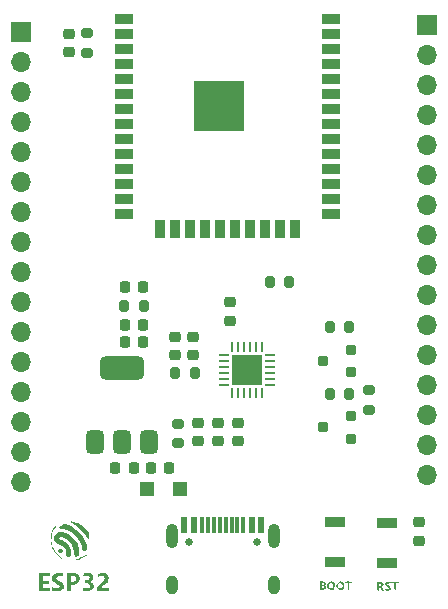
<source format=gbr>
%TF.GenerationSoftware,KiCad,Pcbnew,8.0.1*%
%TF.CreationDate,2024-05-10T21:43:51+08:00*%
%TF.ProjectId,ESP32wroom,45535033-3277-4726-9f6f-6d2e6b696361,rev?*%
%TF.SameCoordinates,Original*%
%TF.FileFunction,Soldermask,Top*%
%TF.FilePolarity,Negative*%
%FSLAX46Y46*%
G04 Gerber Fmt 4.6, Leading zero omitted, Abs format (unit mm)*
G04 Created by KiCad (PCBNEW 8.0.1) date 2024-05-10 21:43:51*
%MOMM*%
%LPD*%
G01*
G04 APERTURE LIST*
G04 Aperture macros list*
%AMRoundRect*
0 Rectangle with rounded corners*
0 $1 Rounding radius*
0 $2 $3 $4 $5 $6 $7 $8 $9 X,Y pos of 4 corners*
0 Add a 4 corners polygon primitive as box body*
4,1,4,$2,$3,$4,$5,$6,$7,$8,$9,$2,$3,0*
0 Add four circle primitives for the rounded corners*
1,1,$1+$1,$2,$3*
1,1,$1+$1,$4,$5*
1,1,$1+$1,$6,$7*
1,1,$1+$1,$8,$9*
0 Add four rect primitives between the rounded corners*
20,1,$1+$1,$2,$3,$4,$5,0*
20,1,$1+$1,$4,$5,$6,$7,0*
20,1,$1+$1,$6,$7,$8,$9,0*
20,1,$1+$1,$8,$9,$2,$3,0*%
G04 Aperture macros list end*
%ADD10C,0.000000*%
%ADD11R,1.700000X1.700000*%
%ADD12O,1.700000X1.700000*%
%ADD13RoundRect,0.225000X-0.250000X0.225000X-0.250000X-0.225000X0.250000X-0.225000X0.250000X0.225000X0*%
%ADD14R,1.200000X1.200000*%
%ADD15RoundRect,0.200000X-0.200000X-0.275000X0.200000X-0.275000X0.200000X0.275000X-0.200000X0.275000X0*%
%ADD16RoundRect,0.218750X0.256250X-0.218750X0.256250X0.218750X-0.256250X0.218750X-0.256250X-0.218750X0*%
%ADD17RoundRect,0.200000X-0.275000X0.200000X-0.275000X-0.200000X0.275000X-0.200000X0.275000X0.200000X0*%
%ADD18C,0.650000*%
%ADD19R,0.600000X1.450000*%
%ADD20R,0.300000X1.450000*%
%ADD21O,1.000000X2.100000*%
%ADD22O,1.000000X1.600000*%
%ADD23RoundRect,0.225000X-0.225000X-0.250000X0.225000X-0.250000X0.225000X0.250000X-0.225000X0.250000X0*%
%ADD24R,1.700000X0.900000*%
%ADD25RoundRect,0.200000X0.275000X-0.200000X0.275000X0.200000X-0.275000X0.200000X-0.275000X-0.200000X0*%
%ADD26RoundRect,0.200000X0.200000X0.275000X-0.200000X0.275000X-0.200000X-0.275000X0.200000X-0.275000X0*%
%ADD27RoundRect,0.062500X-0.062500X0.350000X-0.062500X-0.350000X0.062500X-0.350000X0.062500X0.350000X0*%
%ADD28RoundRect,0.062500X-0.350000X0.062500X-0.350000X-0.062500X0.350000X-0.062500X0.350000X0.062500X0*%
%ADD29R,2.600000X2.600000*%
%ADD30RoundRect,0.375000X0.375000X-0.625000X0.375000X0.625000X-0.375000X0.625000X-0.375000X-0.625000X0*%
%ADD31RoundRect,0.500000X1.400000X-0.500000X1.400000X0.500000X-1.400000X0.500000X-1.400000X-0.500000X0*%
%ADD32RoundRect,0.225000X0.250000X-0.225000X0.250000X0.225000X-0.250000X0.225000X-0.250000X-0.225000X0*%
%ADD33RoundRect,0.218750X-0.218750X-0.256250X0.218750X-0.256250X0.218750X0.256250X-0.218750X0.256250X0*%
%ADD34RoundRect,0.200000X0.250000X0.200000X-0.250000X0.200000X-0.250000X-0.200000X0.250000X-0.200000X0*%
%ADD35R,1.500000X0.900000*%
%ADD36R,0.900000X1.500000*%
%ADD37C,0.600000*%
%ADD38R,4.200000X4.200000*%
G04 APERTURE END LIST*
D10*
%TO.C,G\u002A\u002A\u002A*%
G36*
X173345635Y-125337103D02*
G01*
X173335258Y-125382045D01*
X173295238Y-125387500D01*
X173233014Y-125359841D01*
X173244841Y-125337103D01*
X173334555Y-125328056D01*
X173345635Y-125337103D01*
G37*
G36*
X173692113Y-125413030D02*
G01*
X173701609Y-125440622D01*
X173597619Y-125451159D01*
X173490301Y-125439279D01*
X173503125Y-125413030D01*
X173657894Y-125403046D01*
X173692113Y-125413030D01*
G37*
G36*
X172209955Y-123882935D02*
G01*
X172213696Y-123895933D01*
X172224763Y-124060603D01*
X172210895Y-124122719D01*
X172186078Y-124125232D01*
X172175943Y-124006891D01*
X172176046Y-123988988D01*
X172186947Y-123871744D01*
X172209955Y-123882935D01*
G37*
G36*
X173098918Y-124511580D02*
G01*
X173143249Y-124634518D01*
X173144047Y-124669345D01*
X173105965Y-124820351D01*
X173005456Y-124858334D01*
X172861717Y-124833653D01*
X172816468Y-124807937D01*
X172773174Y-124696772D01*
X172766071Y-124618949D01*
X172818002Y-124508211D01*
X172955059Y-124480357D01*
X173098918Y-124511580D01*
G37*
G36*
X175185119Y-124991046D02*
G01*
X175121284Y-125068912D01*
X174959137Y-125175750D01*
X174742712Y-125289583D01*
X174516045Y-125388434D01*
X174323169Y-125450324D01*
X174244234Y-125460628D01*
X174222527Y-125438506D01*
X174322866Y-125383512D01*
X174486039Y-125320994D01*
X174739534Y-125218242D01*
X174952683Y-125105790D01*
X175034105Y-125047162D01*
X175142234Y-124973766D01*
X175185119Y-124991046D01*
G37*
G36*
X172583945Y-122594487D02*
G01*
X172507874Y-122717363D01*
X172371099Y-122977128D01*
X172275491Y-123253598D01*
X172258033Y-123342866D01*
X172219805Y-123544166D01*
X172174741Y-123670979D01*
X172161200Y-123686675D01*
X172140815Y-123641980D01*
X172151657Y-123489785D01*
X172168924Y-123383486D01*
X172283963Y-122974189D01*
X172452522Y-122654256D01*
X172584953Y-122509375D01*
X172625498Y-122499080D01*
X172583945Y-122594487D01*
G37*
G36*
X172306234Y-124319991D02*
G01*
X172378144Y-124456930D01*
X172388165Y-124480527D01*
X172498917Y-124659671D01*
X172681777Y-124874115D01*
X172824758Y-125012118D01*
X172995833Y-125169026D01*
X173100422Y-125277543D01*
X173117111Y-125311905D01*
X173038755Y-125265215D01*
X172888212Y-125145031D01*
X172761395Y-125034104D01*
X172567735Y-124836019D01*
X172402215Y-124626267D01*
X172287980Y-124439500D01*
X172248176Y-124310367D01*
X172258953Y-124281920D01*
X172306234Y-124319991D01*
G37*
G36*
X174037804Y-122183753D02*
G01*
X174332582Y-122255662D01*
X174479792Y-122298744D01*
X174717129Y-122426447D01*
X174967928Y-122646986D01*
X175189992Y-122913506D01*
X175341125Y-123179155D01*
X175376405Y-123294296D01*
X175410894Y-123552939D01*
X175400255Y-123695091D01*
X175349800Y-123710774D01*
X175264842Y-123590007D01*
X175242680Y-123545463D01*
X175024859Y-123200135D01*
X174717264Y-122854188D01*
X174371395Y-122560860D01*
X174164691Y-122431079D01*
X173928592Y-122292563D01*
X173831570Y-122203984D01*
X173869387Y-122167120D01*
X174037804Y-122183753D01*
G37*
G36*
X173667532Y-122490410D02*
G01*
X174002462Y-122652731D01*
X174321995Y-122869962D01*
X174617698Y-123153205D01*
X174872315Y-123474832D01*
X175068591Y-123807212D01*
X175189270Y-124122717D01*
X175217097Y-124393717D01*
X175176976Y-124533370D01*
X175050778Y-124678901D01*
X174920382Y-124705504D01*
X174826929Y-124616957D01*
X174805482Y-124499256D01*
X174757270Y-124238911D01*
X174634092Y-123925287D01*
X174463003Y-123616687D01*
X174292418Y-123393564D01*
X174094168Y-123228017D01*
X173825945Y-123061213D01*
X173540128Y-122920352D01*
X173289096Y-122832635D01*
X173181845Y-122816843D01*
X172995727Y-122777741D01*
X172917262Y-122738974D01*
X172855508Y-122671539D01*
X172899059Y-122588909D01*
X172986381Y-122510068D01*
X173166075Y-122412410D01*
X173384620Y-122404663D01*
X173667532Y-122490410D01*
G37*
G36*
X173111742Y-123068636D02*
G01*
X173431448Y-123158221D01*
X173742920Y-123304054D01*
X173879415Y-123394157D01*
X174180256Y-123704841D01*
X174410855Y-124109430D01*
X174543794Y-124556834D01*
X174557385Y-124657598D01*
X174576027Y-124897394D01*
X174561408Y-125029154D01*
X174502962Y-125094319D01*
X174439574Y-125119614D01*
X174263483Y-125140978D01*
X174164637Y-125054557D01*
X174127995Y-124843793D01*
X174126785Y-124775265D01*
X174059380Y-124374537D01*
X173873929Y-124016894D01*
X173595580Y-123733266D01*
X173249483Y-123554588D01*
X173106968Y-123520890D01*
X172924151Y-123505952D01*
X172849491Y-123548448D01*
X172841666Y-123595115D01*
X172910062Y-123696777D01*
X173072920Y-123763184D01*
X173345130Y-123888420D01*
X173597720Y-124114755D01*
X173786128Y-124394171D01*
X173858517Y-124609733D01*
X173878600Y-124916902D01*
X173817420Y-125105921D01*
X173677542Y-125171365D01*
X173597619Y-125161114D01*
X173472876Y-125109571D01*
X173428026Y-125006128D01*
X173433188Y-124837410D01*
X173420026Y-124600542D01*
X173308878Y-124413749D01*
X173266535Y-124369187D01*
X173099694Y-124239677D01*
X172947612Y-124178670D01*
X172934952Y-124177976D01*
X172749379Y-124113790D01*
X172567336Y-123952817D01*
X172437904Y-123742437D01*
X172416961Y-123677934D01*
X172430475Y-123456854D01*
X172549009Y-123242881D01*
X172734335Y-123091472D01*
X172845928Y-123055648D01*
X173111742Y-123068636D01*
G37*
G36*
X197505351Y-127251914D02*
G01*
X197595954Y-127262993D01*
X197636920Y-127284907D01*
X197643625Y-127307374D01*
X197608727Y-127353837D01*
X197526574Y-127365899D01*
X197409523Y-127365899D01*
X197409523Y-127658526D01*
X197406458Y-127812878D01*
X197395379Y-127903482D01*
X197373465Y-127944448D01*
X197350998Y-127951152D01*
X197320128Y-127935824D01*
X197302007Y-127880429D01*
X197293814Y-127770858D01*
X197292473Y-127658526D01*
X197292473Y-127365899D01*
X197175422Y-127365899D01*
X197082495Y-127348450D01*
X197058371Y-127307374D01*
X197073700Y-127276503D01*
X197129094Y-127258382D01*
X197238666Y-127250189D01*
X197350998Y-127248848D01*
X197505351Y-127251914D01*
G37*
G36*
X196028569Y-127268392D02*
G01*
X196132245Y-127333265D01*
X196195478Y-127447734D01*
X196218661Y-127623155D01*
X196166300Y-127786874D01*
X196110044Y-127863364D01*
X195999827Y-127932693D01*
X195861112Y-127952745D01*
X195726528Y-127922749D01*
X195654755Y-127874111D01*
X195567395Y-127742544D01*
X195540433Y-127600000D01*
X195692780Y-127600000D01*
X195720299Y-127724679D01*
X195789829Y-127801288D01*
X195881825Y-127823833D01*
X195976743Y-127786320D01*
X196042628Y-127707297D01*
X196080469Y-127622266D01*
X196072707Y-127552939D01*
X196042628Y-127492704D01*
X195959759Y-127401881D01*
X195863904Y-127375994D01*
X195774608Y-127409050D01*
X195711414Y-127495055D01*
X195692780Y-127600000D01*
X195540433Y-127600000D01*
X195540153Y-127598521D01*
X195566927Y-127459695D01*
X195641613Y-127343721D01*
X195758107Y-127268252D01*
X195870921Y-127248848D01*
X196028569Y-127268392D01*
G37*
G36*
X196808907Y-127268392D02*
G01*
X196912583Y-127333265D01*
X196975816Y-127447734D01*
X196998999Y-127623155D01*
X196946638Y-127786874D01*
X196890382Y-127863364D01*
X196780165Y-127932693D01*
X196641450Y-127952745D01*
X196506866Y-127922749D01*
X196435093Y-127874111D01*
X196347733Y-127742544D01*
X196320771Y-127600000D01*
X196473118Y-127600000D01*
X196500637Y-127724679D01*
X196570167Y-127801288D01*
X196662163Y-127823833D01*
X196757081Y-127786320D01*
X196822966Y-127707297D01*
X196860807Y-127622266D01*
X196853045Y-127552939D01*
X196822966Y-127492704D01*
X196740097Y-127401881D01*
X196644242Y-127375994D01*
X196554946Y-127409050D01*
X196491752Y-127495055D01*
X196473118Y-127600000D01*
X196320771Y-127600000D01*
X196320491Y-127598521D01*
X196347265Y-127459695D01*
X196421950Y-127343721D01*
X196538445Y-127268252D01*
X196651259Y-127248848D01*
X196808907Y-127268392D01*
G37*
G36*
X195298126Y-127263923D02*
G01*
X195393809Y-127306780D01*
X195397366Y-127310161D01*
X195448672Y-127373721D01*
X195447749Y-127431556D01*
X195400714Y-127509326D01*
X195363681Y-127572647D01*
X195376816Y-127603321D01*
X195400714Y-127614325D01*
X195443834Y-127667415D01*
X195458679Y-127753471D01*
X195435903Y-127855361D01*
X195361694Y-127918271D01*
X195227224Y-127947502D01*
X195129600Y-127951152D01*
X194951459Y-127951152D01*
X194951459Y-127733846D01*
X195107526Y-127733846D01*
X195122480Y-127809292D01*
X195182985Y-127833362D01*
X195207782Y-127834102D01*
X195280859Y-127821364D01*
X195298028Y-127769946D01*
X195295570Y-127746314D01*
X195251140Y-127667435D01*
X195195314Y-127646058D01*
X195129742Y-127651291D01*
X195108314Y-127706969D01*
X195107526Y-127733846D01*
X194951459Y-127733846D01*
X194951459Y-127600000D01*
X194951459Y-127443933D01*
X195107526Y-127443933D01*
X195125348Y-127506505D01*
X195191638Y-127515428D01*
X195195314Y-127514926D01*
X195263951Y-127483037D01*
X195283103Y-127443933D01*
X195249890Y-127393458D01*
X195195314Y-127372940D01*
X195126836Y-127380157D01*
X195107547Y-127440441D01*
X195107526Y-127443933D01*
X194951459Y-127443933D01*
X194951459Y-127248848D01*
X195143756Y-127248848D01*
X195298126Y-127263923D01*
G37*
G36*
X172042810Y-126670248D02*
G01*
X172042810Y-126796199D01*
X171769917Y-126796199D01*
X171497025Y-126796199D01*
X171497025Y-126985124D01*
X171497025Y-127174050D01*
X171748926Y-127174050D01*
X172000826Y-127174050D01*
X172000826Y-127300000D01*
X172000826Y-127425951D01*
X171748926Y-127425951D01*
X171497025Y-127425951D01*
X171497025Y-127614876D01*
X171497025Y-127803802D01*
X171790909Y-127803802D01*
X172084793Y-127803802D01*
X172084793Y-127929753D01*
X172084793Y-128055703D01*
X171622975Y-128055703D01*
X171161157Y-128055703D01*
X171161157Y-127300000D01*
X171161157Y-126544298D01*
X171601983Y-126544298D01*
X172042810Y-126544298D01*
X172042810Y-126670248D01*
G37*
G36*
X174162897Y-126558019D02*
G01*
X174361527Y-126602598D01*
X174495884Y-126683158D01*
X174573795Y-126804825D01*
X174603087Y-126972720D01*
X174603802Y-127010176D01*
X174567133Y-127206796D01*
X174462915Y-127360531D01*
X174299833Y-127463695D01*
X174086573Y-127508603D01*
X174039110Y-127509918D01*
X173848099Y-127509918D01*
X173848099Y-127782810D01*
X173848099Y-128055703D01*
X173680165Y-128055703D01*
X173512231Y-128055703D01*
X173512231Y-127300000D01*
X173512231Y-126796199D01*
X173848099Y-126796199D01*
X173848099Y-127027108D01*
X173848099Y-127258017D01*
X174007636Y-127258017D01*
X174125183Y-127245484D01*
X174209021Y-127214628D01*
X174217554Y-127207637D01*
X174253688Y-127131819D01*
X174267934Y-127027108D01*
X174246022Y-126896286D01*
X174172684Y-126822848D01*
X174036514Y-126796676D01*
X174007636Y-126796199D01*
X173848099Y-126796199D01*
X173512231Y-126796199D01*
X173512231Y-126544298D01*
X173892167Y-126544298D01*
X174162897Y-126558019D01*
G37*
G36*
X176801811Y-126559830D02*
G01*
X176937329Y-126639960D01*
X176975738Y-126682803D01*
X177027105Y-126816551D01*
X177036595Y-126985542D01*
X177005579Y-127153045D01*
X176954221Y-127258937D01*
X176873004Y-127349740D01*
X176752841Y-127458550D01*
X176660336Y-127531391D01*
X176521741Y-127641830D01*
X176458013Y-127719127D01*
X176471148Y-127768434D01*
X176563145Y-127794904D01*
X176736002Y-127803690D01*
X176765950Y-127803802D01*
X177080826Y-127803802D01*
X177080826Y-127929753D01*
X177080826Y-128055703D01*
X176577025Y-128055703D01*
X176073223Y-128055703D01*
X176073207Y-127877273D01*
X176077183Y-127792659D01*
X176096649Y-127722520D01*
X176142878Y-127649898D01*
X176227149Y-127557832D01*
X176360738Y-127429362D01*
X176388083Y-127403695D01*
X176537089Y-127259532D01*
X176631935Y-127154251D01*
X176683363Y-127073458D01*
X176702115Y-127002760D01*
X176702975Y-126981761D01*
X176687205Y-126874070D01*
X176652595Y-126804595D01*
X176556859Y-126761732D01*
X176424261Y-126765576D01*
X176286970Y-126815028D01*
X176283140Y-126817191D01*
X176182047Y-126867644D01*
X176132151Y-126863286D01*
X176116068Y-126797752D01*
X176115207Y-126755692D01*
X176134642Y-126655826D01*
X176202150Y-126587624D01*
X176331535Y-126541114D01*
X176441510Y-126519966D01*
X176626951Y-126516910D01*
X176801811Y-126559830D01*
G37*
G36*
X173081380Y-126528637D02*
G01*
X173081901Y-126528776D01*
X173148600Y-126565633D01*
X173174238Y-126644915D01*
X173176364Y-126700628D01*
X173169748Y-126796651D01*
X173142496Y-126826925D01*
X173102893Y-126817546D01*
X172914038Y-126766688D01*
X172752261Y-126772023D01*
X172636405Y-126832356D01*
X172580118Y-126913072D01*
X172570713Y-126978090D01*
X172617170Y-127024431D01*
X172718593Y-127092069D01*
X172853773Y-127166980D01*
X172864992Y-127172657D01*
X173073388Y-127300363D01*
X173202661Y-127436393D01*
X173257610Y-127586320D01*
X173260331Y-127631808D01*
X173226361Y-127787213D01*
X173138636Y-127924210D01*
X173052182Y-127991813D01*
X172948424Y-128029440D01*
X172809271Y-128061111D01*
X172667946Y-128081346D01*
X172557671Y-128084665D01*
X172525620Y-128078677D01*
X172455872Y-128058555D01*
X172368182Y-128037584D01*
X172289790Y-128008095D01*
X172257835Y-127947658D01*
X172252727Y-127861486D01*
X172258688Y-127763961D01*
X172283816Y-127732620D01*
X172326198Y-127744053D01*
X172410074Y-127766749D01*
X172539971Y-127786823D01*
X172612101Y-127793951D01*
X172756685Y-127796749D01*
X172843965Y-127773521D01*
X172882559Y-127740731D01*
X172916019Y-127667087D01*
X172887264Y-127592062D01*
X172790314Y-127508321D01*
X172619192Y-127408528D01*
X172606296Y-127401797D01*
X172407494Y-127269846D01*
X172281667Y-127122162D01*
X172231577Y-126965847D01*
X172259986Y-126808003D01*
X172331837Y-126695942D01*
X172469773Y-126591763D01*
X172658610Y-126525156D01*
X172871447Y-126502116D01*
X173081380Y-126528637D01*
G37*
G36*
X175458082Y-126537424D02*
G01*
X175612072Y-126611490D01*
X175636523Y-126632142D01*
X175721164Y-126764036D01*
X175739745Y-126920633D01*
X175692666Y-127075313D01*
X175628621Y-127160651D01*
X175561444Y-127238989D01*
X175555593Y-127285993D01*
X175576141Y-127305042D01*
X175645839Y-127337512D01*
X175666027Y-127341341D01*
X175702119Y-127376676D01*
X175749877Y-127463633D01*
X175762403Y-127492158D01*
X175799379Y-127598632D01*
X175797331Y-127681549D01*
X175754341Y-127787137D01*
X175749765Y-127796538D01*
X175674553Y-127909497D01*
X175585030Y-127991676D01*
X175567652Y-128001332D01*
X175395898Y-128054395D01*
X175193748Y-128077309D01*
X175011048Y-128064648D01*
X175002645Y-128062832D01*
X174912722Y-128027934D01*
X174872979Y-127958350D01*
X174863115Y-127892406D01*
X174859965Y-127799003D01*
X174882551Y-127769910D01*
X174926090Y-127780707D01*
X175108756Y-127828323D01*
X175271144Y-127826040D01*
X175397509Y-127778409D01*
X175472101Y-127689980D01*
X175485454Y-127619049D01*
X175455945Y-127509776D01*
X175362143Y-127437459D01*
X175196136Y-127396052D01*
X175193217Y-127395657D01*
X175084341Y-127374753D01*
X175035717Y-127338153D01*
X175023734Y-127265923D01*
X175023636Y-127252489D01*
X175030750Y-127175359D01*
X175068045Y-127140965D01*
X175159453Y-127132238D01*
X175192470Y-127132067D01*
X175309784Y-127122319D01*
X175375802Y-127082676D01*
X175410612Y-127023847D01*
X175437791Y-126910605D01*
X175415956Y-126845418D01*
X175340218Y-126791662D01*
X175217983Y-126763877D01*
X175083753Y-126765917D01*
X174980545Y-126796792D01*
X174921087Y-126821645D01*
X174900760Y-126795722D01*
X174905296Y-126707176D01*
X174927337Y-126609961D01*
X174986361Y-126557988D01*
X175065620Y-126532198D01*
X175266007Y-126509256D01*
X175458082Y-126537424D01*
G37*
G36*
X201469759Y-127269616D02*
G01*
X201566611Y-127281459D01*
X201610402Y-127304884D01*
X201617570Y-127328900D01*
X201580265Y-127378568D01*
X201492446Y-127391462D01*
X201367323Y-127391462D01*
X201367323Y-127704270D01*
X201364046Y-127869267D01*
X201352203Y-127966119D01*
X201328778Y-128009910D01*
X201304762Y-128017078D01*
X201271762Y-128000692D01*
X201252392Y-127941477D01*
X201243633Y-127824349D01*
X201242200Y-127704270D01*
X201242200Y-127391462D01*
X201117077Y-127391462D01*
X201017741Y-127372810D01*
X200991954Y-127328900D01*
X201008340Y-127295901D01*
X201067554Y-127276530D01*
X201184682Y-127267772D01*
X201304762Y-127266339D01*
X201469759Y-127269616D01*
G37*
G36*
X200895540Y-127281377D02*
G01*
X200954207Y-127316870D01*
X200941984Y-127358380D01*
X200855828Y-127391472D01*
X200797066Y-127399371D01*
X200676260Y-127422042D01*
X200636921Y-127462444D01*
X200679114Y-127520105D01*
X200773111Y-127579147D01*
X200890863Y-127674284D01*
X200947744Y-127790597D01*
X200936639Y-127907922D01*
X200906445Y-127957038D01*
X200838405Y-127991612D01*
X200725086Y-128012823D01*
X200602204Y-128017989D01*
X200505473Y-128004424D01*
X200477559Y-127989272D01*
X200441765Y-127924589D01*
X200479068Y-127884973D01*
X200581262Y-127876842D01*
X200616584Y-127880561D01*
X200725934Y-127888800D01*
X200774627Y-127870677D01*
X200783415Y-127835956D01*
X200749462Y-127772917D01*
X200666693Y-127708830D01*
X200656484Y-127703335D01*
X200523768Y-127604427D01*
X200466443Y-127495851D01*
X200480453Y-127393358D01*
X200561742Y-127312698D01*
X200706253Y-127269624D01*
X200769025Y-127266339D01*
X200895540Y-127281377D01*
G37*
G36*
X200159757Y-127288210D02*
G01*
X200274343Y-127347622D01*
X200324414Y-127435271D01*
X200302639Y-127541854D01*
X200256137Y-127606555D01*
X200218594Y-127658001D01*
X200217971Y-127709806D01*
X200258918Y-127788686D01*
X200298436Y-127849658D01*
X200409229Y-128017078D01*
X200313853Y-128017078D01*
X200223355Y-127982816D01*
X200141517Y-127874157D01*
X200139862Y-127871101D01*
X200076875Y-127778117D01*
X200017760Y-127727960D01*
X200005255Y-127725124D01*
X199963315Y-127763718D01*
X199949261Y-127871101D01*
X199939930Y-127971711D01*
X199903503Y-128012306D01*
X199865845Y-128017078D01*
X199826214Y-128010805D01*
X199801587Y-127981405D01*
X199788438Y-127912999D01*
X199783238Y-127789712D01*
X199782430Y-127641708D01*
X199782430Y-127495731D01*
X199949261Y-127495731D01*
X199962123Y-127575421D01*
X200014565Y-127595265D01*
X200043103Y-127592474D01*
X200121568Y-127551041D01*
X200136946Y-127495731D01*
X200102870Y-127421145D01*
X200043103Y-127398988D01*
X199973605Y-127404204D01*
X199950337Y-127462410D01*
X199949261Y-127495731D01*
X199782430Y-127495731D01*
X199782430Y-127266339D01*
X199987989Y-127266339D01*
X200159757Y-127288210D01*
G37*
%TD*%
D11*
%TO.C,J3*%
X204000000Y-80120000D03*
D12*
X204000000Y-82660000D03*
X204000000Y-85200000D03*
X204000000Y-87740000D03*
X204000000Y-90280000D03*
X204000000Y-92820000D03*
X204000000Y-95360000D03*
X204000000Y-97900000D03*
X204000000Y-100440000D03*
X204000000Y-102980000D03*
X204000000Y-105520000D03*
X204000000Y-108060000D03*
X204000000Y-110600000D03*
X204000000Y-113140000D03*
X204000000Y-115680000D03*
X204000000Y-118220000D03*
%TD*%
D13*
%TO.C,C5*%
X184200000Y-106525000D03*
X184200000Y-108075000D03*
%TD*%
D14*
%TO.C,D6*%
X180300000Y-119400000D03*
X183100000Y-119400000D03*
%TD*%
D15*
%TO.C,R9*%
X178375000Y-103900000D03*
X180025000Y-103900000D03*
%TD*%
D16*
%TO.C,D2*%
X184600000Y-115387500D03*
X184600000Y-113812500D03*
%TD*%
D17*
%TO.C,R5*%
X199100000Y-111075000D03*
X199100000Y-112725000D03*
%TD*%
D18*
%TO.C,J2*%
X183810000Y-123900000D03*
X189590000Y-123900000D03*
D19*
X183450000Y-122455000D03*
X184250000Y-122455000D03*
D20*
X185450000Y-122455000D03*
X186450000Y-122455000D03*
X186950000Y-122455000D03*
X187950000Y-122455000D03*
D19*
X189150000Y-122455000D03*
X189950000Y-122455000D03*
X189950000Y-122455000D03*
X189150000Y-122455000D03*
D20*
X188450000Y-122455000D03*
X187450000Y-122455000D03*
X185950000Y-122455000D03*
X184950000Y-122455000D03*
D19*
X184250000Y-122455000D03*
X183450000Y-122455000D03*
D21*
X182380000Y-123370000D03*
D22*
X182380000Y-127550000D03*
D21*
X191020000Y-123370000D03*
D22*
X191020000Y-127550000D03*
%TD*%
D23*
%TO.C,C8*%
X177625000Y-117600000D03*
X179175000Y-117600000D03*
%TD*%
D24*
%TO.C,SW1*%
X196200000Y-125600000D03*
X196200000Y-122200000D03*
%TD*%
D25*
%TO.C,R6*%
X175200000Y-82500000D03*
X175200000Y-80850000D03*
%TD*%
D26*
%TO.C,R4*%
X197425000Y-111400000D03*
X195775000Y-111400000D03*
%TD*%
%TO.C,R12*%
X184325000Y-109600000D03*
X182675000Y-109600000D03*
%TD*%
D13*
%TO.C,C6*%
X182700000Y-106525000D03*
X182700000Y-108075000D03*
%TD*%
D27*
%TO.C,U4*%
X189987500Y-107412500D03*
X189487500Y-107412500D03*
X188987500Y-107412500D03*
X188487500Y-107412500D03*
X187987500Y-107412500D03*
X187487500Y-107412500D03*
D28*
X186800000Y-108100000D03*
X186800000Y-108600000D03*
X186800000Y-109100000D03*
X186800000Y-109600000D03*
X186800000Y-110100000D03*
X186800000Y-110600000D03*
D27*
X187487500Y-111287500D03*
X187987500Y-111287500D03*
X188487500Y-111287500D03*
X188987500Y-111287500D03*
X189487500Y-111287500D03*
X189987500Y-111287500D03*
D28*
X190675000Y-110600000D03*
X190675000Y-110100000D03*
X190675000Y-109600000D03*
X190675000Y-109100000D03*
X190675000Y-108600000D03*
X190675000Y-108100000D03*
D29*
X188737500Y-109350000D03*
%TD*%
D23*
%TO.C,C1*%
X180625000Y-117600000D03*
X182175000Y-117600000D03*
%TD*%
%TO.C,C2*%
X178425000Y-107000000D03*
X179975000Y-107000000D03*
%TD*%
D30*
%TO.C,U2*%
X175900000Y-115450000D03*
X178200000Y-115450000D03*
D31*
X178200000Y-109150000D03*
D30*
X180500000Y-115450000D03*
%TD*%
D24*
%TO.C,SW2*%
X200600000Y-125700000D03*
X200600000Y-122300000D03*
%TD*%
D26*
%TO.C,R11*%
X192325000Y-101900000D03*
X190675000Y-101900000D03*
%TD*%
%TO.C,R10*%
X197425000Y-105700000D03*
X195775000Y-105700000D03*
%TD*%
D32*
%TO.C,C7*%
X203300000Y-123800000D03*
X203300000Y-122250000D03*
%TD*%
D33*
%TO.C,D1*%
X178412500Y-102300000D03*
X179987500Y-102300000D03*
%TD*%
D32*
%TO.C,R8*%
X188000000Y-115375000D03*
X188000000Y-113825000D03*
%TD*%
D34*
%TO.C,Q1*%
X197600000Y-109550000D03*
X197600000Y-107650000D03*
X195200000Y-108600000D03*
%TD*%
D32*
%TO.C,C3*%
X187300000Y-105175000D03*
X187300000Y-103625000D03*
%TD*%
D35*
%TO.C,U1*%
X178350000Y-79665000D03*
X178350000Y-80935000D03*
X178350000Y-82205000D03*
X178350000Y-83475000D03*
X178350000Y-84745000D03*
X178350000Y-86015000D03*
X178350000Y-87285000D03*
X178350000Y-88555000D03*
X178350000Y-89825000D03*
X178350000Y-91095000D03*
X178350000Y-92365000D03*
X178350000Y-93635000D03*
X178350000Y-94905000D03*
X178350000Y-96175000D03*
D36*
X181390000Y-97425000D03*
X182660000Y-97425000D03*
X183930000Y-97425000D03*
X185200000Y-97425000D03*
X186470000Y-97425000D03*
X187740000Y-97425000D03*
X189010000Y-97425000D03*
X190280000Y-97425000D03*
X191550000Y-97425000D03*
X192820000Y-97425000D03*
D35*
X195850000Y-96175000D03*
X195850000Y-94905000D03*
X195850000Y-93635000D03*
X195850000Y-92365000D03*
X195850000Y-91095000D03*
X195850000Y-89825000D03*
X195850000Y-88555000D03*
X195850000Y-87285000D03*
X195850000Y-86015000D03*
X195850000Y-84745000D03*
X195850000Y-83475000D03*
X195850000Y-82205000D03*
X195850000Y-80935000D03*
X195850000Y-79665000D03*
D37*
X184895000Y-86242500D03*
X184895000Y-87767500D03*
X185657500Y-85480000D03*
X185657500Y-87005000D03*
X185657500Y-88530000D03*
X186420000Y-86242500D03*
D38*
X186420000Y-87005000D03*
D37*
X186420000Y-87767500D03*
X187182500Y-85480000D03*
X187182500Y-87005000D03*
X187182500Y-88530000D03*
X187945000Y-86242500D03*
X187945000Y-87767500D03*
%TD*%
D32*
%TO.C,C10*%
X173700000Y-82450000D03*
X173700000Y-80900000D03*
%TD*%
D25*
%TO.C,R1*%
X182900000Y-115525000D03*
X182900000Y-113875000D03*
%TD*%
D34*
%TO.C,Q2*%
X197600000Y-115150000D03*
X197600000Y-113250000D03*
X195200000Y-114200000D03*
%TD*%
D32*
%TO.C,R7*%
X186300000Y-115375000D03*
X186300000Y-113825000D03*
%TD*%
D11*
%TO.C,J1*%
X169600000Y-80700000D03*
D12*
X169600000Y-83240000D03*
X169600000Y-85780000D03*
X169600000Y-88320000D03*
X169600000Y-90860000D03*
X169600000Y-93400000D03*
X169600000Y-95940000D03*
X169600000Y-98480000D03*
X169600000Y-101020000D03*
X169600000Y-103560000D03*
X169600000Y-106100000D03*
X169600000Y-108640000D03*
X169600000Y-111180000D03*
X169600000Y-113720000D03*
X169600000Y-116260000D03*
X169600000Y-118800000D03*
%TD*%
D23*
%TO.C,C9*%
X178425000Y-105500000D03*
X179975000Y-105500000D03*
%TD*%
M02*

</source>
